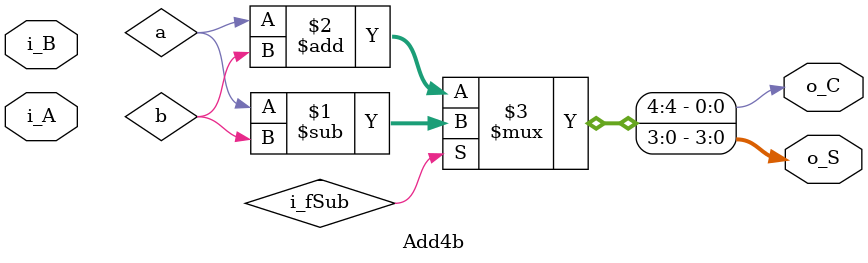
<source format=v>
module Add4b(i_A,i_B,o_S,o_C);
input [3:0]i_A,i_B;
output wire [3:0]o_S;
output wire o_C;
wire [2:0] cout;

assign{o_C,o_S}= i_fSub?a-b:a+b;

endmodule
</source>
